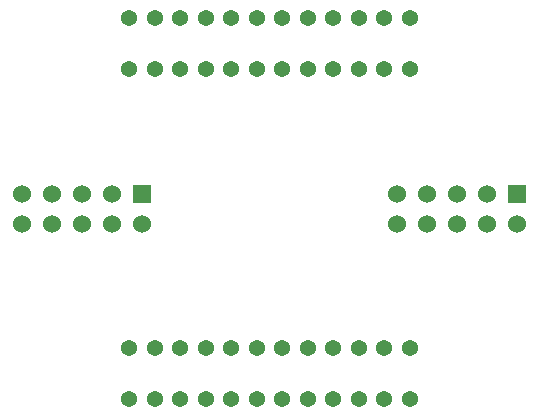
<source format=gts>
G04 (created by PCBNEW (22-Jun-2014 BZR 4027)-stable) date Fri 07 Jul 2017 01:08:53 AM CDT*
%MOIN*%
G04 Gerber Fmt 3.4, Leading zero omitted, Abs format*
%FSLAX34Y34*%
G01*
G70*
G90*
G04 APERTURE LIST*
%ADD10C,0.00590551*%
%ADD11R,0.06X0.06*%
%ADD12C,0.06*%
%ADD13C,0.054*%
G04 APERTURE END LIST*
G54D10*
G54D11*
X67500Y-26250D03*
G54D12*
X67500Y-27250D03*
X66500Y-26250D03*
X66500Y-27250D03*
X65500Y-26250D03*
X65500Y-27250D03*
X64500Y-26250D03*
X64500Y-27250D03*
X63500Y-26250D03*
X63500Y-27250D03*
G54D11*
X55000Y-26250D03*
G54D12*
X55000Y-27250D03*
X54000Y-26250D03*
X54000Y-27250D03*
X53000Y-26250D03*
X53000Y-27250D03*
X52000Y-26250D03*
X52000Y-27250D03*
X51000Y-26250D03*
X51000Y-27250D03*
G54D13*
X59675Y-22095D03*
X60525Y-22095D03*
X57975Y-22095D03*
X58825Y-22095D03*
X59675Y-20405D03*
X58825Y-20405D03*
X57975Y-20405D03*
X60525Y-20405D03*
X57125Y-22095D03*
X56275Y-22095D03*
X55425Y-22095D03*
X54575Y-22095D03*
X57125Y-20405D03*
X56275Y-20405D03*
X55425Y-20405D03*
X54575Y-20405D03*
X61375Y-22095D03*
X62225Y-22095D03*
X63075Y-22095D03*
X63925Y-22095D03*
X61375Y-20405D03*
X62225Y-20405D03*
X63075Y-20405D03*
X63925Y-20405D03*
X58825Y-31405D03*
X57975Y-31405D03*
X60525Y-31405D03*
X59675Y-31405D03*
X58825Y-33095D03*
X59675Y-33095D03*
X60525Y-33095D03*
X57975Y-33095D03*
X61375Y-31405D03*
X62225Y-31405D03*
X63075Y-31405D03*
X63925Y-31405D03*
X61375Y-33095D03*
X62225Y-33095D03*
X63075Y-33095D03*
X63925Y-33095D03*
X57125Y-31405D03*
X56275Y-31405D03*
X55425Y-31405D03*
X54575Y-31405D03*
X57125Y-33095D03*
X56275Y-33095D03*
X55425Y-33095D03*
X54575Y-33095D03*
M02*

</source>
